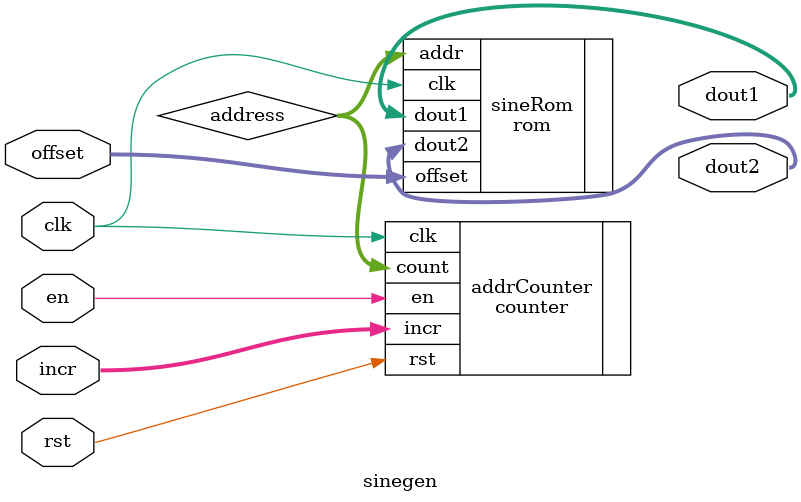
<source format=sv>
module sinegen #(
    parameter   A_WIDTH = 8,
                D_WIDTH = 8
)(
    input logic                 clk,    // clock
    input logic                 rst,    // reset
    input logic                 en,     // enable
    input logic [D_WIDTH-1:0]   incr,   // increment for addr counter
    input logic [D_WIDTH-1:0]   offset,
    output logic [D_WIDTH-1:0]   dout1,   // output data
    output logic [D_WIDTH-1:0]   dout2    // output data
);

    logic [A_WIDTH-1:0]         address; // interconnect wire
    //logic [A_WIDTH-1:0]         address2; // interconnect wire

counter addrCounter (
    .clk (clk),
    .rst (rst),
    .en (en),
    .incr (incr),
    .count (address)
);

rom sineRom (
    .clk (clk),
    .addr (address),
    //.addr2 (address2),
    .dout1 (dout1),
    .dout2 (dout2),
    .offset (offset)
);

endmodule

</source>
